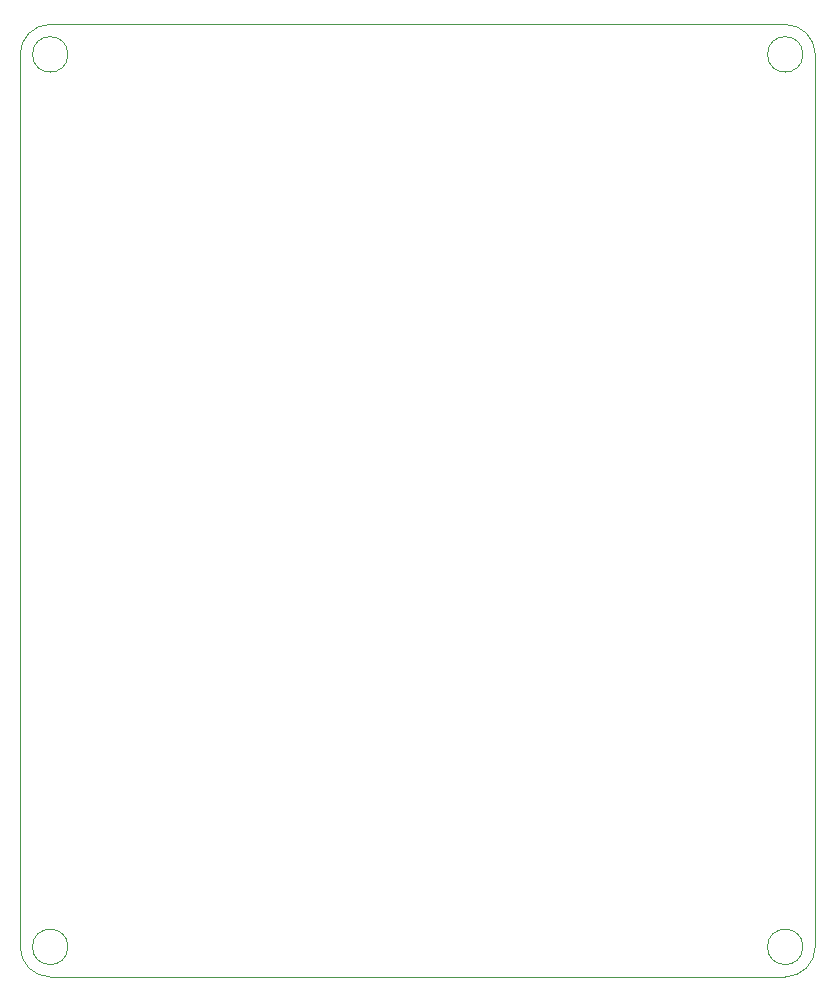
<source format=gm1>
G04 #@! TF.GenerationSoftware,KiCad,Pcbnew,6.0.0-d3dd2cf0fa~116~ubuntu20.04.1*
G04 #@! TF.CreationDate,2022-01-19T10:19:57+01:00*
G04 #@! TF.ProjectId,piconsole,7069636f-6e73-46f6-9c65-2e6b69636164,rev?*
G04 #@! TF.SameCoordinates,Original*
G04 #@! TF.FileFunction,Profile,NP*
%FSLAX46Y46*%
G04 Gerber Fmt 4.6, Leading zero omitted, Abs format (unit mm)*
G04 Created by KiCad (PCBNEW 6.0.0-d3dd2cf0fa~116~ubuntu20.04.1) date 2022-01-19 10:19:57*
%MOMM*%
%LPD*%
G01*
G04 APERTURE LIST*
G04 #@! TA.AperFunction,Profile*
%ADD10C,0.050000*%
G04 #@! TD*
G04 APERTURE END LIST*
D10*
X164465000Y-60325000D02*
G75*
G03*
X161925000Y-57785000I-2540001J-1D01*
G01*
X97155000Y-135890000D02*
X97155000Y-60325000D01*
X161925000Y-138430000D02*
X99695000Y-138430000D01*
X101195000Y-135890000D02*
G75*
G03*
X101195000Y-135890000I-1500000J0D01*
G01*
X163425000Y-60325000D02*
G75*
G03*
X163425000Y-60325000I-1500000J0D01*
G01*
X99695000Y-57785000D02*
X161925000Y-57785000D01*
X101195000Y-60325000D02*
G75*
G03*
X101195000Y-60325000I-1500000J0D01*
G01*
X97155000Y-135890000D02*
G75*
G03*
X99695000Y-138430000I2540001J1D01*
G01*
X99695000Y-57785000D02*
G75*
G03*
X97155000Y-60325000I1J-2540001D01*
G01*
X161925000Y-138430000D02*
G75*
G03*
X164465000Y-135890000I-1J2540001D01*
G01*
X163425000Y-135890000D02*
G75*
G03*
X163425000Y-135890000I-1500000J0D01*
G01*
X164465000Y-60325000D02*
X164465000Y-135890000D01*
M02*

</source>
